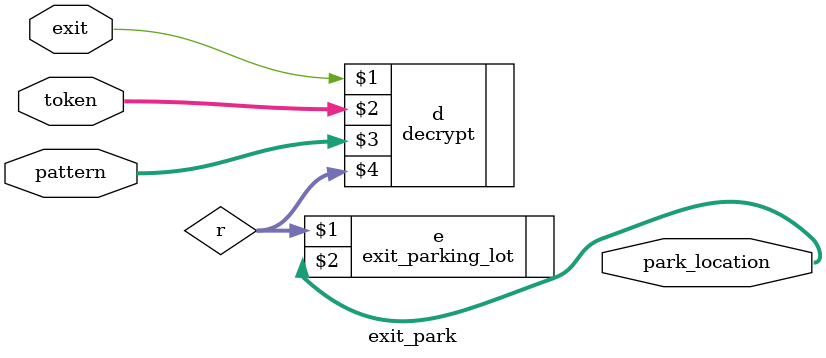
<source format=v>
/*--  *******************************************************
--  Computer Architecture Course, Laboratory Sources 
--  Amirkabir University of Technology (Tehran Polytechnic)
--  Department of Computer Engineering (CE-AUT)
--  https://ce[dot]aut[dot]ac[dot]ir
--  *******************************************************
--  All Rights reserved (C) 2021-2022
--  *******************************************************
--  Student ID  : 
--  Student Name: 
--  Student Mail: 
--  *******************************************************
--  Additional Comments:
--
--*/

/*-----------------------------------------------------------
---  Module Name: exit_park 
-----------------------------------------------------------*/
`timescale 1 ns/1 ns
module exit_park(
 exit,
 token,
 pattern,
 park_location);
	input exit;
	input [2:0] token;
	input [2:0] pattern;
	output [7:0] park_location;
		wire [2:0] r;
		decrypt d(exit, token, pattern, r);
		exit_parking_lot e(r, park_location);
endmodule
</source>
